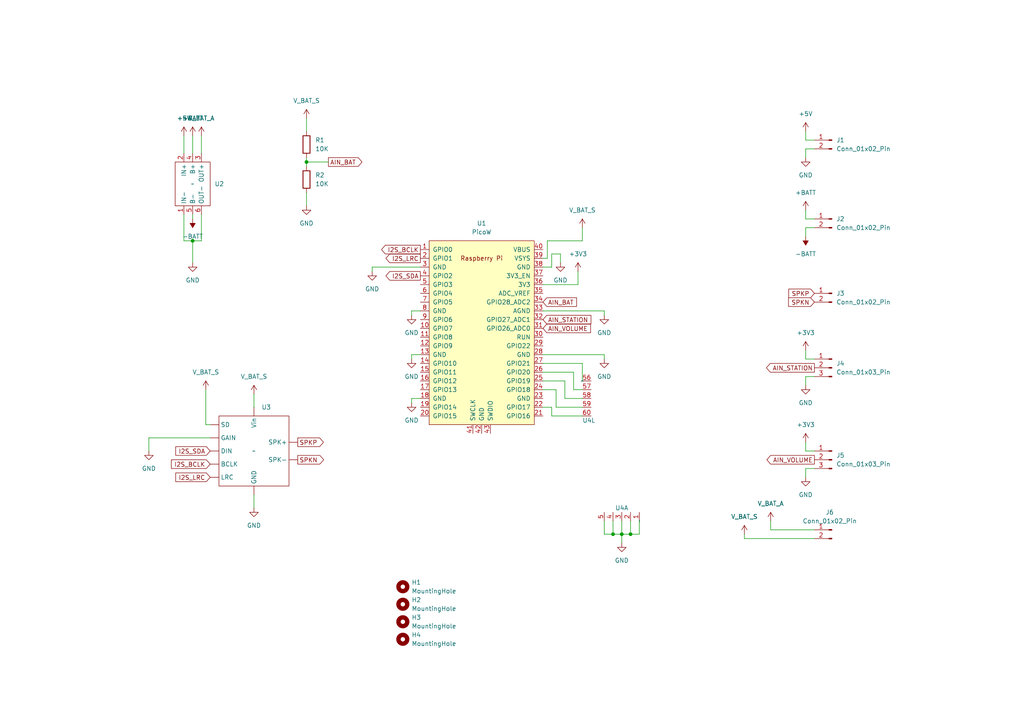
<source format=kicad_sch>
(kicad_sch (version 20230121) (generator eeschema)
  (paper "A4")
  (lib_symbols
    (symbol "Connector:Conn_01x02_Pin" (pin_names (offset 1.016) hide)
      (property "Reference" "J" (at 0 2.54 0))
      (property "Value" "Conn_01x02_Pin" (at 0 -5.08 0))
      (symbol "Conn_01x02_Pin_1_1"
        (polyline (pts (xy 1.27 -2.54) (xy 0.8636 -2.54)) (stroke (width 0.1524)))
        (polyline (pts (xy 1.27 0) (xy 0.8636 0)) (stroke (width 0.1524)))
        (rectangle (start 0.8636 -2.413) (end 0 -2.667) (stroke (width 0.1524)) (fill (type outline)))
        (rectangle (start 0.8636 0.127) (end 0 -0.127) (stroke (width 0.1524)) (fill (type outline)))
        (pin passive line (at 5.08 0 180) (length 3.81) (name "Pin_1") (number "1"))
        (pin passive line (at 5.08 -2.54 180) (length 3.81) (name "Pin_2") (number "2"))
      )
    )
    (symbol "Connector:Conn_01x03_Pin" (pin_names (offset 1.016) hide)
      (property "Reference" "J" (at 0 5.08 0))
      (property "Value" "Conn_01x03_Pin" (at 0 -5.08 0))
      (symbol "Conn_01x03_Pin_1_1"
        (polyline (pts (xy 1.27 -2.54) (xy 0.8636 -2.54)) (stroke (width 0.1524)))
        (polyline (pts (xy 1.27 0) (xy 0.8636 0)) (stroke (width 0.1524)))
        (polyline (pts (xy 1.27 2.54) (xy 0.8636 2.54)) (stroke (width 0.1524)))
        (rectangle (start 0.8636 -2.413) (end 0 -2.667) (stroke (width 0.1524)) (fill (type outline)))
        (rectangle (start 0.8636 0.127) (end 0 -0.127) (stroke (width 0.1524)) (fill (type outline)))
        (rectangle (start 0.8636 2.667) (end 0 2.413) (stroke (width 0.1524)) (fill (type outline)))
        (pin passive line (at 5.08 2.54 180) (length 3.81) (name "Pin_1") (number "1"))
        (pin passive line (at 5.08 0 180) (length 3.81) (name "Pin_2") (number "2"))
        (pin passive line (at 5.08 -2.54 180) (length 3.81) (name "Pin_3") (number "3"))
      )
    )
    (symbol "Device:R" (pin_numbers hide) (pin_names (offset 0))
      (property "Reference" "R" (at 2.032 0 90))
      (property "Value" "R" (at 0 0 90))
      (symbol "R_0_1"
        (rectangle (start -1.016 -2.54) (end 1.016 2.54) (stroke (width 0.254)))
      )
      (symbol "R_1_1"
        (pin passive line (at 0 3.81 270) (length 1.27) (name "~") (number "1"))
        (pin passive line (at 0 -3.81 90) (length 1.27) (name "~") (number "2"))
      )
    )
    (symbol "Eigene Symbole:BatteryChargeAndProtectionModule"
      (property "Reference" "U" (at 6.35 3.81 0))
      (symbol "BatteryChargeAndProtectionModule_1_1"
        (rectangle (start -5.08 6.35) (end 5.08 -6.35))
        (pin input line (at -2.54 -8.89 90) (length 2.54) (name "IN-") (number "1"))
        (pin input line (at -2.54 8.89 270) (length 2.54) (name "IN+") (number "2"))
        (pin bidirectional line (at 2.54 8.89 270) (length 2.54) (name "OUT+") (number "3"))
        (pin bidirectional line (at 0 8.89 270) (length 2.54) (name "B+") (number "4"))
        (pin bidirectional line (at 0 -8.89 90) (length 2.54) (name "B-") (number "5"))
        (pin output line (at 2.54 -8.89 90) (length 2.54) (name "OUT-") (number "6"))
      )
    )
    (symbol "Eigene Symbole:I2SAudioAmplifierModule" (pin_numbers hide)
      (property "Reference" "U" (at -10.16 15.24 0))
      (symbol "I2SAudioAmplifierModule_0_1"
        (rectangle (start -10.16 10.16) (end 10.16 -10.16))
      )
      (symbol "I2SAudioAmplifierModule_1_1"
        (pin power_in line (at 0 12.7 270) (length 2.54) (name "Vin") (number "1"))
        (pin power_in line (at 0 -12.7 90) (length 2.54) (name "GND") (number "2"))
        (pin input line (at -12.7 7.62 0) (length 2.54) (name "SD") (number "3"))
        (pin input line (at -12.7 3.81 0) (length 2.54) (name "GAIN") (number "4"))
        (pin input line (at -12.7 0 0) (length 2.54) (name "DIN") (number "5"))
        (pin input line (at -12.7 -3.81 0) (length 2.54) (name "BCLK") (number "6"))
        (pin input line (at -12.7 -7.62 0) (length 2.54) (name "LRC") (number "7"))
        (pin output line (at 12.7 -2.54 180) (length 2.54) (name "SPK-") (number "8"))
        (pin output line (at 12.7 2.54 180) (length 2.54) (name "SPK+") (number "9"))
      )
    )
    (symbol "Eigene Symbole:Lochraster5x12"
      (property "Reference" "U" (at 0 0 0))
      (symbol "Lochraster5x12_1_1"
        (pin unspecified line (at 0 0 0) (length 2.54) (name "") (number "1"))
        (pin unspecified line (at 0 2.54 0) (length 2.54) (name "") (number "2"))
        (pin unspecified line (at 0 5.08 0) (length 2.54) (name "") (number "3"))
        (pin unspecified line (at 0 7.62 0) (length 2.54) (name "") (number "4"))
        (pin unspecified line (at 0 10.16 0) (length 2.54) (name "") (number "5"))
      )
      (symbol "Lochraster5x12_2_1"
        (pin unspecified line (at 0 10.16 0) (length 2.54) (name "") (number "10"))
        (pin unspecified line (at 0 0 0) (length 2.54) (name "") (number "6"))
        (pin unspecified line (at 0 2.54 0) (length 2.54) (name "") (number "7"))
        (pin unspecified line (at 0 5.08 0) (length 2.54) (name "") (number "8"))
        (pin unspecified line (at 0 7.62 0) (length 2.54) (name "") (number "9"))
      )
      (symbol "Lochraster5x12_3_1"
        (pin unspecified line (at 0 0 0) (length 2.54) (name "") (number "11"))
        (pin unspecified line (at 0 2.54 0) (length 2.54) (name "") (number "12"))
        (pin unspecified line (at 0 5.08 0) (length 2.54) (name "") (number "13"))
        (pin unspecified line (at 0 7.62 0) (length 2.54) (name "") (number "14"))
        (pin unspecified line (at 0 10.16 0) (length 2.54) (name "") (number "15"))
      )
      (symbol "Lochraster5x12_4_1"
        (pin unspecified line (at 0 0 0) (length 2.54) (name "") (number "16"))
        (pin unspecified line (at 0 2.54 0) (length 2.54) (name "") (number "17"))
        (pin unspecified line (at 0 5.08 0) (length 2.54) (name "") (number "18"))
        (pin unspecified line (at 0 7.62 0) (length 2.54) (name "") (number "19"))
        (pin unspecified line (at 0 10.16 0) (length 2.54) (name "") (number "20"))
      )
      (symbol "Lochraster5x12_5_1"
        (pin unspecified line (at 0 0 0) (length 2.54) (name "") (number "21"))
        (pin unspecified line (at 0 2.54 0) (length 2.54) (name "") (number "22"))
        (pin unspecified line (at 0 5.08 0) (length 2.54) (name "") (number "23"))
        (pin unspecified line (at 0 7.62 0) (length 2.54) (name "") (number "24"))
        (pin unspecified line (at 0 10.16 0) (length 2.54) (name "") (number "25"))
      )
      (symbol "Lochraster5x12_6_1"
        (pin unspecified line (at 0 0 0) (length 2.54) (name "") (number "26"))
        (pin unspecified line (at 0 2.54 0) (length 2.54) (name "") (number "27"))
        (pin unspecified line (at 0 5.08 0) (length 2.54) (name "") (number "28"))
        (pin unspecified line (at 0 7.62 0) (length 2.54) (name "") (number "29"))
        (pin unspecified line (at 0 10.16 0) (length 2.54) (name "") (number "30"))
      )
      (symbol "Lochraster5x12_7_1"
        (pin unspecified line (at 0 0 0) (length 2.54) (name "") (number "31"))
        (pin unspecified line (at 0 2.54 0) (length 2.54) (name "") (number "32"))
        (pin unspecified line (at 0 5.08 0) (length 2.54) (name "") (number "33"))
        (pin unspecified line (at 0 7.62 0) (length 2.54) (name "") (number "34"))
        (pin unspecified line (at 0 10.16 0) (length 2.54) (name "") (number "35"))
      )
      (symbol "Lochraster5x12_8_1"
        (pin unspecified line (at 0 0 0) (length 2.54) (name "") (number "36"))
        (pin unspecified line (at 0 2.54 0) (length 2.54) (name "") (number "37"))
        (pin unspecified line (at 0 5.08 0) (length 2.54) (name "") (number "38"))
        (pin unspecified line (at 0 7.62 0) (length 2.54) (name "") (number "39"))
        (pin unspecified line (at 0 10.16 0) (length 2.54) (name "") (number "40"))
      )
      (symbol "Lochraster5x12_9_1"
        (pin unspecified line (at 0 0 0) (length 2.54) (name "") (number "41"))
        (pin unspecified line (at 0 2.54 0) (length 2.54) (name "") (number "42"))
        (pin unspecified line (at 0 5.08 0) (length 2.54) (name "") (number "43"))
        (pin unspecified line (at 0 7.62 0) (length 2.54) (name "") (number "44"))
        (pin unspecified line (at 0 10.16 0) (length 2.54) (name "") (number "45"))
      )
      (symbol "Lochraster5x12_10_1"
        (pin unspecified line (at 0 0 0) (length 2.54) (name "") (number "46"))
        (pin unspecified line (at 0 2.54 0) (length 2.54) (name "") (number "47"))
        (pin unspecified line (at 0 5.08 0) (length 2.54) (name "") (number "48"))
        (pin unspecified line (at 0 7.62 0) (length 2.54) (name "") (number "49"))
        (pin unspecified line (at 0 10.16 0) (length 2.54) (name "") (number "50"))
      )
      (symbol "Lochraster5x12_11_1"
        (pin unspecified line (at 0 0 0) (length 2.54) (name "") (number "51"))
        (pin unspecified line (at 0 2.54 0) (length 2.54) (name "") (number "52"))
        (pin unspecified line (at 0 5.08 0) (length 2.54) (name "") (number "53"))
        (pin unspecified line (at 0 7.62 0) (length 2.54) (name "") (number "54"))
        (pin unspecified line (at 0 10.16 0) (length 2.54) (name "") (number "55"))
      )
      (symbol "Lochraster5x12_12_1"
        (pin unspecified line (at 0 0 0) (length 2.54) (name "") (number "56"))
        (pin unspecified line (at 0 2.54 0) (length 2.54) (name "") (number "57"))
        (pin unspecified line (at 0 5.08 0) (length 2.54) (name "") (number "58"))
        (pin unspecified line (at 0 7.62 0) (length 2.54) (name "") (number "59"))
        (pin unspecified line (at 0 10.16 0) (length 2.54) (name "") (number "60"))
      )
    )
    (symbol "Mechanical:MountingHole" (pin_names (offset 1.016))
      (property "Reference" "H" (at 0 5.08 0))
      (property "Value" "MountingHole" (at 0 3.175 0))
      (symbol "MountingHole_0_1"
        (circle (center 0 0) (radius 1.27) (stroke (width 1.27)))
      )
    )
    (symbol "Pico:PicoW" (pin_names (offset 1.016))
      (property "Reference" "U" (at -13.97 27.94 0))
      (property "Value" "PicoW" (at 0 19.05 0))
      (symbol "PicoW_0_0"
        (text "Raspberry Pi" (at 0 21.59 0) (effects (font (size 1.27 1.27))))
      )
      (symbol "PicoW_0_1"
        (rectangle (start -15.24 26.67) (end 15.24 -26.67) (fill (type background)))
      )
      (symbol "PicoW_1_1"
        (pin bidirectional line (at -17.78 24.13 0) (length 2.54) (name "GPIO0") (number "1"))
        (pin bidirectional line (at -17.78 1.27 0) (length 2.54) (name "GPIO7") (number "10"))
        (pin bidirectional line (at -17.78 -1.27 0) (length 2.54) (name "GPIO8") (number "11"))
        (pin bidirectional line (at -17.78 -3.81 0) (length 2.54) (name "GPIO9") (number "12"))
        (pin power_in line (at -17.78 -6.35 0) (length 2.54) (name "GND") (number "13"))
        (pin bidirectional line (at -17.78 -8.89 0) (length 2.54) (name "GPIO10") (number "14"))
        (pin bidirectional line (at -17.78 -11.43 0) (length 2.54) (name "GPIO11") (number "15"))
        (pin bidirectional line (at -17.78 -13.97 0) (length 2.54) (name "GPIO12") (number "16"))
        (pin bidirectional line (at -17.78 -16.51 0) (length 2.54) (name "GPIO13") (number "17"))
        (pin power_in line (at -17.78 -19.05 0) (length 2.54) (name "GND") (number "18"))
        (pin bidirectional line (at -17.78 -21.59 0) (length 2.54) (name "GPIO14") (number "19"))
        (pin bidirectional line (at -17.78 21.59 0) (length 2.54) (name "GPIO1") (number "2"))
        (pin bidirectional line (at -17.78 -24.13 0) (length 2.54) (name "GPIO15") (number "20"))
        (pin bidirectional line (at 17.78 -24.13 180) (length 2.54) (name "GPIO16") (number "21"))
        (pin bidirectional line (at 17.78 -21.59 180) (length 2.54) (name "GPIO17") (number "22"))
        (pin power_in line (at 17.78 -19.05 180) (length 2.54) (name "GND") (number "23"))
        (pin bidirectional line (at 17.78 -16.51 180) (length 2.54) (name "GPIO18") (number "24"))
        (pin bidirectional line (at 17.78 -13.97 180) (length 2.54) (name "GPIO19") (number "25"))
        (pin bidirectional line (at 17.78 -11.43 180) (length 2.54) (name "GPIO20") (number "26"))
        (pin bidirectional line (at 17.78 -8.89 180) (length 2.54) (name "GPIO21") (number "27"))
        (pin power_in line (at 17.78 -6.35 180) (length 2.54) (name "GND") (number "28"))
        (pin bidirectional line (at 17.78 -3.81 180) (length 2.54) (name "GPIO22") (number "29"))
        (pin power_in line (at -17.78 19.05 0) (length 2.54) (name "GND") (number "3"))
        (pin input line (at 17.78 -1.27 180) (length 2.54) (name "RUN") (number "30"))
        (pin bidirectional line (at 17.78 1.27 180) (length 2.54) (name "GPIO26_ADC0") (number "31"))
        (pin bidirectional line (at 17.78 3.81 180) (length 2.54) (name "GPIO27_ADC1") (number "32"))
        (pin power_in line (at 17.78 6.35 180) (length 2.54) (name "AGND") (number "33"))
        (pin bidirectional line (at 17.78 8.89 180) (length 2.54) (name "GPIO28_ADC2") (number "34"))
        (pin unspecified line (at 17.78 11.43 180) (length 2.54) (name "ADC_VREF") (number "35"))
        (pin unspecified line (at 17.78 13.97 180) (length 2.54) (name "3V3") (number "36"))
        (pin input line (at 17.78 16.51 180) (length 2.54) (name "3V3_EN") (number "37"))
        (pin bidirectional line (at 17.78 19.05 180) (length 2.54) (name "GND") (number "38"))
        (pin unspecified line (at 17.78 21.59 180) (length 2.54) (name "VSYS") (number "39"))
        (pin bidirectional line (at -17.78 16.51 0) (length 2.54) (name "GPIO2") (number "4"))
        (pin unspecified line (at 17.78 24.13 180) (length 2.54) (name "VBUS") (number "40"))
        (pin input line (at -2.54 -29.21 90) (length 2.54) (name "SWCLK") (number "41"))
        (pin power_in line (at 0 -29.21 90) (length 2.54) (name "GND") (number "42"))
        (pin bidirectional line (at 2.54 -29.21 90) (length 2.54) (name "SWDIO") (number "43"))
        (pin bidirectional line (at -17.78 13.97 0) (length 2.54) (name "GPIO3") (number "5"))
        (pin bidirectional line (at -17.78 11.43 0) (length 2.54) (name "GPIO4") (number "6"))
        (pin bidirectional line (at -17.78 8.89 0) (length 2.54) (name "GPIO5") (number "7"))
        (pin power_in line (at -17.78 6.35 0) (length 2.54) (name "GND") (number "8"))
        (pin bidirectional line (at -17.78 3.81 0) (length 2.54) (name "GPIO6") (number "9"))
      )
    )
    (symbol "power:+3V3" (power) (pin_names (offset 0))
      (property "Value" "+3V3" (at 0 3.556 0))
      (symbol "+3V3_0_1"
        (polyline (pts (xy -0.762 1.27) (xy 0 2.54)))
        (polyline (pts (xy 0 0) (xy 0 2.54)))
        (polyline (pts (xy 0 2.54) (xy 0.762 1.27)))
      )
      (symbol "+3V3_1_1"
        (pin power_in line (at 0 0 90) (length 0) hide (name "+3V3") (number "1"))
      )
    )
    (symbol "power:+5V" (power) (pin_names (offset 0))
      (property "Value" "+5V" (at 0 3.556 0))
      (symbol "+5V_0_1"
        (polyline (pts (xy -0.762 1.27) (xy 0 2.54)))
        (polyline (pts (xy 0 0) (xy 0 2.54)))
        (polyline (pts (xy 0 2.54) (xy 0.762 1.27)))
      )
      (symbol "+5V_1_1"
        (pin power_in line (at 0 0 90) (length 0) hide (name "+5V") (number "1"))
      )
    )
    (symbol "power:+BATT" (power) (pin_names (offset 0))
      (property "Value" "+BATT" (at 0 3.556 0))
      (symbol "+BATT_0_1"
        (polyline (pts (xy -0.762 1.27) (xy 0 2.54)))
        (polyline (pts (xy 0 0) (xy 0 2.54)))
        (polyline (pts (xy 0 2.54) (xy 0.762 1.27)))
      )
      (symbol "+BATT_1_1"
        (pin power_in line (at 0 0 90) (length 0) hide (name "+BATT") (number "1"))
      )
    )
    (symbol "power:-BATT" (power) (pin_names (offset 0))
      (property "Value" "-BATT" (at 0 3.556 0))
      (symbol "-BATT_0_1"
        (polyline (pts (xy 0 0) (xy 0 2.54)))
        (polyline (pts (xy 0.762 1.27) (xy -0.762 1.27) (xy 0 2.54) (xy 0.762 1.27)) (fill (type outline)))
      )
      (symbol "-BATT_1_1"
        (pin power_in line (at 0 0 90) (length 0) hide (name "-BATT") (number "1"))
      )
    )
    (symbol "power:GND" (power) (pin_names (offset 0))
      (property "Value" "GND" (at 0 -3.81 0))
      (symbol "GND_0_1"
        (polyline (pts (xy 0 0) (xy 0 -1.27) (xy 1.27 -1.27) (xy 0 -2.54) (xy -1.27 -1.27) (xy 0 -1.27)))
      )
      (symbol "GND_1_1"
        (pin power_in line (at 0 0 270) (length 0) hide (name "GND") (number "1"))
      )
    )
    (symbol "power:VBAT_A" (power) (pin_names (offset 0))
      (property "Value" "VBAT_A" (at 0 2.54 0))
      (symbol "VBAT_A_0_1"
        (polyline (pts (xy -0.762 1.27) (xy 0 2.54)))
        (polyline (pts (xy 0 0) (xy 0 2.54)))
        (polyline (pts (xy 0 2.54) (xy 0.762 1.27)))
      )
      (symbol "VBAT_A_1_0"
        (pin power_in line (at 0 0 90) (length 0) hide (name "V_BAT_A") (number "1"))
      )
    )
    (symbol "power:VBAT_S" (power) (pin_names (offset 0))
      (property "Value" "VBAT_S" (at 0 2.54 0))
      (symbol "VBAT_S_0_1"
        (polyline (pts (xy -0.762 1.27) (xy 0 2.54)))
        (polyline (pts (xy 0 2.54) (xy 0.762 1.27)))
      )
      (symbol "VBAT_S_1_0"
        (pin power_in line (at 0 0 90) (length 0) hide (name "V_BAT_S") (number "1"))
      )
      (symbol "VBAT_S_1_1"
        (polyline (pts (xy 0 0) (xy 0 2.54)))
      )
    )
  )
  (junction (at 177.8 154.94))
  (junction (at 180.34 154.94))
  (junction (at 55.88 69.85))
  (junction (at 88.9 46.99))
  (junction (at 182.88 154.94))
  (wire (pts (xy 180.34 151.13) (xy 180.34 154.94)))
  (wire (pts (xy 158.75 74.93) (xy 158.75 69.85)))
  (wire (pts (xy 162.56 73.66) (xy 162.56 76.2)))
  (wire (pts (xy 157.48 110.49) (xy 163.83 110.49)))
  (wire (pts (xy 233.68 104.14) (xy 233.68 101.6)))
  (wire (pts (xy 157.48 90.17) (xy 175.26 90.17)))
  (wire (pts (xy 107.95 77.47) (xy 107.95 78.74)))
  (wire (pts (xy 55.88 39.37) (xy 55.88 44.45)))
  (wire (pts (xy 233.68 130.81) (xy 233.68 128.27)))
  (wire (pts (xy 58.42 62.23) (xy 58.42 69.85)))
  (wire (pts (xy 88.9 55.88) (xy 88.9 59.69)))
  (wire (pts (xy 161.29 118.11) (xy 168.91 118.11)))
  (wire (pts (xy 168.91 105.41) (xy 168.91 110.49)))
  (wire (pts (xy 58.42 39.37) (xy 58.42 44.45)))
  (wire (pts (xy 157.48 107.95) (xy 166.37 107.95)))
  (wire (pts (xy 88.9 46.99) (xy 88.9 48.26)))
  (wire (pts (xy 157.48 77.47) (xy 160.02 77.47)))
  (wire (pts (xy 182.88 154.94) (xy 185.42 154.94)))
  (wire (pts (xy 168.91 69.85) (xy 168.91 66.04)))
  (wire (pts (xy 160.02 118.11) (xy 160.02 120.65)))
  (wire (pts (xy 167.64 78.74) (xy 167.64 82.55)))
  (wire (pts (xy 60.96 127) (xy 43.18 127)))
  (wire (pts (xy 119.38 116.84) (xy 119.38 115.57)))
  (wire (pts (xy 73.66 114.3) (xy 73.66 118.11)))
  (wire (pts (xy 223.52 151.13) (xy 223.52 153.67)))
  (wire (pts (xy 73.66 147.32) (xy 73.66 143.51)))
  (wire (pts (xy 121.92 90.17) (xy 119.38 90.17)))
  (wire (pts (xy 59.69 123.19) (xy 59.69 113.03)))
  (wire (pts (xy 160.02 120.65) (xy 168.91 120.65)))
  (wire (pts (xy 233.68 40.64) (xy 233.68 38.1)))
  (wire (pts (xy 177.8 151.13) (xy 177.8 154.94)))
  (wire (pts (xy 121.92 77.47) (xy 107.95 77.47)))
  (wire (pts (xy 88.9 45.72) (xy 88.9 46.99)))
  (wire (pts (xy 233.68 66.04) (xy 233.68 68.58)))
  (wire (pts (xy 215.9 156.21) (xy 215.9 154.94)))
  (wire (pts (xy 53.34 39.37) (xy 53.34 44.45)))
  (wire (pts (xy 88.9 46.99) (xy 95.25 46.99)))
  (wire (pts (xy 157.48 74.93) (xy 158.75 74.93)))
  (wire (pts (xy 233.68 109.22) (xy 233.68 111.76)))
  (wire (pts (xy 157.48 118.11) (xy 160.02 118.11)))
  (wire (pts (xy 236.22 156.21) (xy 215.9 156.21)))
  (wire (pts (xy 157.48 113.03) (xy 161.29 113.03)))
  (wire (pts (xy 163.83 110.49) (xy 163.83 115.57)))
  (wire (pts (xy 53.34 62.23) (xy 53.34 69.85)))
  (wire (pts (xy 55.88 62.23) (xy 55.88 63.5)))
  (wire (pts (xy 180.34 154.94) (xy 180.34 157.48)))
  (wire (pts (xy 161.29 113.03) (xy 161.29 118.11)))
  (wire (pts (xy 233.68 135.89) (xy 233.68 138.43)))
  (wire (pts (xy 53.34 69.85) (xy 55.88 69.85)))
  (wire (pts (xy 166.37 107.95) (xy 166.37 113.03)))
  (wire (pts (xy 236.22 109.22) (xy 233.68 109.22)))
  (wire (pts (xy 60.96 123.19) (xy 59.69 123.19)))
  (wire (pts (xy 166.37 113.03) (xy 168.91 113.03)))
  (wire (pts (xy 236.22 104.14) (xy 233.68 104.14)))
  (wire (pts (xy 236.22 135.89) (xy 233.68 135.89)))
  (wire (pts (xy 157.48 82.55) (xy 167.64 82.55)))
  (wire (pts (xy 236.22 130.81) (xy 233.68 130.81)))
  (wire (pts (xy 177.8 154.94) (xy 180.34 154.94)))
  (wire (pts (xy 175.26 102.87) (xy 157.48 102.87)))
  (wire (pts (xy 119.38 102.87) (xy 119.38 104.14)))
  (wire (pts (xy 180.34 154.94) (xy 182.88 154.94)))
  (wire (pts (xy 88.9 34.29) (xy 88.9 38.1)))
  (wire (pts (xy 175.26 151.13) (xy 175.26 154.94)))
  (wire (pts (xy 233.68 43.18) (xy 233.68 45.72)))
  (wire (pts (xy 58.42 69.85) (xy 55.88 69.85)))
  (wire (pts (xy 236.22 40.64) (xy 233.68 40.64)))
  (wire (pts (xy 43.18 127) (xy 43.18 130.81)))
  (wire (pts (xy 121.92 102.87) (xy 119.38 102.87)))
  (wire (pts (xy 175.26 154.94) (xy 177.8 154.94)))
  (wire (pts (xy 55.88 69.85) (xy 55.88 76.2)))
  (wire (pts (xy 119.38 90.17) (xy 119.38 91.44)))
  (wire (pts (xy 185.42 151.13) (xy 185.42 154.94)))
  (wire (pts (xy 163.83 115.57) (xy 168.91 115.57)))
  (wire (pts (xy 236.22 43.18) (xy 233.68 43.18)))
  (wire (pts (xy 236.22 63.5) (xy 233.68 63.5)))
  (wire (pts (xy 223.52 153.67) (xy 236.22 153.67)))
  (wire (pts (xy 119.38 115.57) (xy 121.92 115.57)))
  (wire (pts (xy 175.26 90.17) (xy 175.26 91.44)))
  (wire (pts (xy 160.02 73.66) (xy 162.56 73.66)))
  (wire (pts (xy 175.26 104.14) (xy 175.26 102.87)))
  (wire (pts (xy 236.22 66.04) (xy 233.68 66.04)))
  (wire (pts (xy 182.88 151.13) (xy 182.88 154.94)))
  (wire (pts (xy 158.75 69.85) (xy 168.91 69.85)))
  (wire (pts (xy 233.68 60.96) (xy 233.68 63.5)))
  (wire (pts (xy 160.02 77.47) (xy 160.02 73.66)))
  (wire (pts (xy 157.48 105.41) (xy 168.91 105.41)))
  (global_label "SPKP" (shape output) (at 86.36 128.27 0) (property "Intersheetrefs" "${INTERSHEET_REFS}" (effects hide)))
  (global_label "AIN_STATION" (shape output) (at 236.22 106.68 180) (property "Intersheetrefs" "${INTERSHEET_REFS}" (effects hide)))
  (global_label "I2S_BCLK" (shape output) (at 121.92 72.39 180) (property "Intersheetrefs" "${INTERSHEET_REFS}" (effects hide)))
  (global_label "SPKN" (shape input) (at 236.22 87.63 180) (property "Intersheetrefs" "${INTERSHEET_REFS}" (effects hide)))
  (global_label "AIN_VOLUME" (shape input) (at 157.48 95.25 0) (property "Intersheetrefs" "${INTERSHEET_REFS}" (effects hide)))
  (global_label "SPKP" (shape input) (at 236.22 85.09 180) (property "Intersheetrefs" "${INTERSHEET_REFS}" (effects hide)))
  (global_label "AIN_STATION" (shape input) (at 157.48 92.71 0) (property "Intersheetrefs" "${INTERSHEET_REFS}" (effects hide)))
  (global_label "I2S_BCLK" (shape input) (at 60.96 134.62 180) (property "Intersheetrefs" "${INTERSHEET_REFS}" (effects hide)))
  (global_label "AIN_VOLUME" (shape output) (at 236.22 133.35 180) (property "Intersheetrefs" "${INTERSHEET_REFS}" (effects hide)))
  (global_label "AIN_BAT" (shape input) (at 157.48 87.63 0) (property "Intersheetrefs" "${INTERSHEET_REFS}" (effects hide)))
  (global_label "I2S_SDA" (shape output) (at 121.92 80.01 180) (property "Intersheetrefs" "${INTERSHEET_REFS}" (effects hide)))
  (global_label "AIN_BAT" (shape output) (at 95.25 46.99 0) (property "Intersheetrefs" "${INTERSHEET_REFS}" (effects hide)))
  (global_label "I2S_LRC" (shape output) (at 121.92 74.93 180) (property "Intersheetrefs" "${INTERSHEET_REFS}" (effects hide)))
  (global_label "SPKN" (shape output) (at 86.36 133.35 0) (property "Intersheetrefs" "${INTERSHEET_REFS}" (effects hide)))
  (global_label "I2S_LRC" (shape input) (at 60.96 138.43 180) (property "Intersheetrefs" "${INTERSHEET_REFS}" (effects hide)))
  (global_label "I2S_SDA" (shape input) (at 60.96 130.81 180) (property "Intersheetrefs" "${INTERSHEET_REFS}" (effects hide)))
  (symbol (lib_id "power:GND") (at 88.9 59.69 0) (unit 1)
    (property "Reference" "#PWR029" (effects hide))
    (property "Value" "GND" (at 88.9 64.77 0))
  )
  (symbol (lib_id "power:GND") (at 55.88 76.2 0) (unit 1)
    (property "Reference" "#PWR03" (effects hide))
    (property "Value" "GND" (at 55.88 81.28 0))
  )
  (symbol (lib_id "power:GND") (at 175.26 104.14 0) (unit 1)
    (property "Reference" "#PWR028" (effects hide))
    (property "Value" "GND" (at 175.26 109.22 0))
  )
  (symbol (lib_id "power:VBAT_S") (at 73.66 114.3 0) (unit 1)
    (property "Reference" "#PWR06" (effects hide))
    (property "Value" "VBAT_S" (at 73.66 109.22 0))
  )
  (symbol (lib_id "Connector:Conn_01x02_Pin") (at 241.3 153.67 0) (mirror y) (unit 1)
    (property "Reference" "J6" (at 240.665 148.59 0))
    (property "Value" "Conn_01x02_Pin" (at 240.665 151.13 0))
    (property "Footprint" "Connector_PinHeader_2.54mm:PinHeader_1x02_P2.54mm_Vertical" (effects hide))
  )
  (symbol (lib_id "power:VBAT_S") (at 59.69 113.03 0) (unit 1)
    (property "Reference" "#PWR020" (effects hide))
    (property "Value" "VBAT_S" (at 59.69 107.95 0))
  )
  (symbol (lib_id "Mechanical:MountingHole") (at 116.84 180.34 0) (unit 1)
    (property "Reference" "H3" (at 119.38 179.07 0) (effects (justify left)))
    (property "Value" "MountingHole" (at 119.38 181.61 0) (effects (justify left)))
    (property "Footprint" "MountingHole:MountingHole_3.2mm_M3" (effects hide))
  )
  (symbol (lib_id "power:GND") (at 43.18 130.81 0) (unit 1)
    (property "Reference" "#PWR08" (effects hide))
    (property "Value" "GND" (at 43.18 135.89 0))
  )
  (symbol (lib_id "Connector:Conn_01x02_Pin") (at 241.3 85.09 0) (mirror y) (unit 1)
    (property "Reference" "J3" (at 242.57 85.09 0) (effects (justify right)))
    (property "Value" "Conn_01x02_Pin" (at 242.57 87.63 0) (effects (justify right)))
    (property "Footprint" "Connector_PinHeader_2.54mm:PinHeader_1x02_P2.54mm_Vertical" (effects hide))
  )
  (symbol (lib_id "Mechanical:MountingHole") (at 116.84 170.18 0) (unit 1)
    (property "Reference" "H1" (at 119.38 168.91 0) (effects (justify left)))
    (property "Value" "MountingHole" (at 119.38 171.45 0) (effects (justify left)))
    (property "Footprint" "MountingHole:MountingHole_3.2mm_M3" (effects hide))
  )
  (symbol (lib_id "Eigene Symbole:Lochraster5x12") (at 185.42 151.13 90) (unit 1)
    (property "Reference" "U4" (at 180.34 147.32 90))
    (property "Value" "~" (at 185.42 151.13 0))
    (property "Footprint" "Eigene Symbole:Lochraster 5x12" (effects hide))
  )
  (symbol (lib_id "Connector:Conn_01x02_Pin") (at 241.3 40.64 0) (mirror y) (unit 1)
    (property "Reference" "J1" (at 242.57 40.64 0) (effects (justify right)))
    (property "Value" "Conn_01x02_Pin" (at 242.57 43.18 0) (effects (justify right)))
    (property "Footprint" "Connector_PinHeader_2.54mm:PinHeader_1x02_P2.54mm_Vertical" (effects hide))
  )
  (symbol (lib_id "Eigene Symbole:I2SAudioAmplifierModule") (at 73.66 130.81 0) (unit 1)
    (property "Reference" "U3" (at 75.8541 118.11 0) (effects (justify left)))
    (property "Value" "~" (at 73.66 130.81 0))
    (property "Footprint" "Eigene Symbole:I2SAmplifierModule" (effects hide))
  )
  (symbol (lib_id "power:GND") (at 73.66 147.32 0) (unit 1)
    (property "Reference" "#PWR07" (effects hide))
    (property "Value" "GND" (at 73.66 152.4 0))
  )
  (symbol (lib_id "Device:R") (at 88.9 52.07 0) (unit 1)
    (property "Reference" "R2" (at 91.44 50.8 0) (effects (justify left)))
    (property "Value" "10K" (at 91.44 53.34 0) (effects (justify left)))
    (property "Footprint" "Resistor_THT:R_Axial_DIN0207_L6.3mm_D2.5mm_P10.16mm_Horizontal" (effects hide))
  )
  (symbol (lib_id "power:VBAT_S") (at 88.9 34.29 0) (unit 1)
    (property "Reference" "#PWR030" (effects hide))
    (property "Value" "VBAT_S" (at 88.9 29.21 0))
  )
  (symbol (lib_id "power:VBAT_S") (at 168.91 66.04 0) (unit 1)
    (property "Reference" "#PWR05" (effects hide))
    (property "Value" "VBAT_S" (at 168.91 60.96 0))
  )
  (symbol (lib_id "Connector:Conn_01x03_Pin") (at 241.3 133.35 0) (mirror y) (unit 1)
    (property "Reference" "J5" (at 242.57 132.08 0) (effects (justify right)))
    (property "Value" "Conn_01x03_Pin" (at 242.57 134.62 0) (effects (justify right)))
    (property "Footprint" "Connector_PinHeader_2.54mm:PinHeader_1x03_P2.54mm_Vertical" (effects hide))
  )
  (symbol (lib_id "Pico:PicoW") (at 139.7 96.52 0) (unit 1)
    (property "Reference" "U1" (at 139.7 64.77 0))
    (property "Value" "PicoW" (at 139.7 67.31 0))
    (property "Footprint" "RPi_Pico:RPi_PicoW_SMD_TH" (effects hide))
  )
  (symbol (lib_id "power:GND") (at 233.68 111.76 0) (unit 1)
    (property "Reference" "#PWR018" (effects hide))
    (property "Value" "GND" (at 233.68 116.84 0))
  )
  (symbol (lib_id "power:VBAT_A") (at 58.42 39.37 0) (unit 1)
    (property "Reference" "#PWR02" (effects hide))
    (property "Value" "VBAT_A" (at 58.42 34.29 0))
  )
  (symbol (lib_id "power:GND") (at 233.68 138.43 0) (unit 1)
    (property "Reference" "#PWR019" (effects hide))
    (property "Value" "GND" (at 233.68 143.51 0))
  )
  (symbol (lib_id "power:GND") (at 119.38 116.84 0) (unit 1)
    (property "Reference" "#PWR027" (effects hide))
    (property "Value" "GND" (at 119.38 121.92 0))
  )
  (symbol (lib_id "power:GND") (at 119.38 91.44 0) (unit 1)
    (property "Reference" "#PWR024" (effects hide))
    (property "Value" "GND" (at 119.38 96.52 0))
  )
  (symbol (lib_id "power:GND") (at 180.34 157.48 0) (unit 1)
    (property "Reference" "#PWR031" (effects hide))
    (property "Value" "GND" (at 180.34 162.56 0))
  )
  (symbol (lib_id "power:GND") (at 162.56 76.2 0) (unit 1)
    (property "Reference" "#PWR04" (effects hide))
    (property "Value" "GND" (at 162.56 81.28 0))
  )
  (symbol (lib_id "power:GND") (at 233.68 45.72 0) (unit 1)
    (property "Reference" "#PWR013" (effects hide))
    (property "Value" "GND" (at 233.68 50.8 0))
  )
  (symbol (lib_id "Connector:Conn_01x03_Pin") (at 241.3 106.68 0) (mirror y) (unit 1)
    (property "Reference" "J4" (at 242.57 105.41 0) (effects (justify right)))
    (property "Value" "Conn_01x03_Pin" (at 242.57 107.95 0) (effects (justify right)))
    (property "Footprint" "Connector_PinHeader_2.54mm:PinHeader_1x03_P2.54mm_Vertical" (effects hide))
  )
  (symbol (lib_id "Connector:Conn_01x02_Pin") (at 241.3 63.5 0) (mirror y) (unit 1)
    (property "Reference" "J2" (at 242.57 63.5 0) (effects (justify right)))
    (property "Value" "Conn_01x02_Pin" (at 242.57 66.04 0) (effects (justify right)))
    (property "Footprint" "Connector_PinHeader_2.54mm:PinHeader_1x02_P2.54mm_Vertical" (effects hide))
  )
  (symbol (lib_id "power:+3V3") (at 233.68 128.27 0) (unit 1)
    (property "Reference" "#PWR017" (effects hide))
    (property "Value" "+3V3" (at 233.68 123.19 0))
  )
  (symbol (lib_id "power:+5V") (at 233.68 38.1 0) (unit 1)
    (property "Reference" "#PWR012" (effects hide))
    (property "Value" "+5V" (at 233.68 33.02 0))
  )
  (symbol (lib_id "power:+3V3") (at 167.64 78.74 0) (unit 1)
    (property "Reference" "#PWR01" (effects hide))
    (property "Value" "+3V3" (at 167.64 73.66 0))
  )
  (symbol (lib_id "power:VBAT_S") (at 215.9 154.94 0) (unit 1)
    (property "Reference" "#PWR022" (effects hide))
    (property "Value" "VBAT_S" (at 215.9 149.86 0))
  )
  (symbol (lib_id "power:+BATT") (at 55.88 39.37 0) (unit 1)
    (property "Reference" "#PWR09" (effects hide))
    (property "Value" "+BATT" (at 55.88 34.29 0))
  )
  (symbol (lib_id "Device:R") (at 88.9 41.91 0) (unit 1)
    (property "Reference" "R1" (at 91.44 40.64 0) (effects (justify left)))
    (property "Value" "10K" (at 91.44 43.18 0) (effects (justify left)))
    (property "Footprint" "Resistor_THT:R_Axial_DIN0207_L6.3mm_D2.5mm_P10.16mm_Horizontal" (effects hide))
  )
  (symbol (lib_id "power:GND") (at 119.38 104.14 0) (unit 1)
    (property "Reference" "#PWR026" (effects hide))
    (property "Value" "GND" (at 119.38 109.22 0))
  )
  (symbol (lib_id "power:+3V3") (at 233.68 101.6 0) (unit 1)
    (property "Reference" "#PWR016" (effects hide))
    (property "Value" "+3V3" (at 233.68 96.52 0))
  )
  (symbol (lib_id "power:GND") (at 107.95 78.74 0) (unit 1)
    (property "Reference" "#PWR025" (effects hide))
    (property "Value" "GND" (at 107.95 83.82 0))
  )
  (symbol (lib_id "power:-BATT") (at 233.68 68.58 180) (unit 1)
    (property "Reference" "#PWR015" (effects hide))
    (property "Value" "-BATT" (at 233.68 73.66 0))
  )
  (symbol (lib_id "power:-BATT") (at 55.88 63.5 180) (unit 1)
    (property "Reference" "#PWR011" (effects hide))
    (property "Value" "-BATT" (at 55.88 68.58 0))
  )
  (symbol (lib_id "power:+BATT") (at 233.68 60.96 0) (unit 1)
    (property "Reference" "#PWR014" (effects hide))
    (property "Value" "+BATT" (at 233.68 55.88 0))
  )
  (symbol (lib_id "Mechanical:MountingHole") (at 116.84 185.42 0) (unit 1)
    (property "Reference" "H4" (at 119.38 184.15 0) (effects (justify left)))
    (property "Value" "MountingHole" (at 119.38 186.69 0) (effects (justify left)))
    (property "Footprint" "MountingHole:MountingHole_3.2mm_M3" (effects hide))
  )
  (symbol (lib_id "Mechanical:MountingHole") (at 116.84 175.26 0) (unit 1)
    (property "Reference" "H2" (at 119.38 173.99 0) (effects (justify left)))
    (property "Value" "MountingHole" (at 119.38 176.53 0) (effects (justify left)))
    (property "Footprint" "MountingHole:MountingHole_3.2mm_M3" (effects hide))
  )
  (symbol (lib_id "Eigene Symbole:BatteryChargeAndProtectionModule") (at 55.88 53.34 0) (unit 1)
    (property "Reference" "U2" (at 62.23 53.34 0) (effects (justify left)))
    (property "Value" "~" (at 55.88 53.34 0))
    (property "Footprint" "Eigene Symbole:BatteryChargeAndProtectionModule" (effects hide))
  )
  (symbol (lib_id "power:GND") (at 175.26 91.44 0) (unit 1)
    (property "Reference" "#PWR023" (effects hide))
    (property "Value" "GND" (at 175.26 96.52 0))
  )
  (symbol (lib_id "power:+5V") (at 53.34 39.37 0) (unit 1)
    (property "Reference" "#PWR010" (effects hide))
    (property "Value" "+5V" (at 53.34 34.29 0))
  )
  (symbol (lib_id "Eigene Symbole:Lochraster5x12") (at 168.91 110.49 0) (mirror x) (unit 12)
    (property "Reference" "U4" (at 168.91 121.92 0) (effects (justify left)))
    (property "Value" "~" (at 168.91 110.49 0))
    (property "Footprint" "Eigene Symbole:Lochraster 5x12" (effects hide))
  )
  (symbol (lib_id "power:VBAT_A") (at 223.52 151.13 0) (unit 1)
    (property "Reference" "#PWR021" (effects hide))
    (property "Value" "VBAT_A" (at 223.52 146.05 0))
  )
)
</source>
